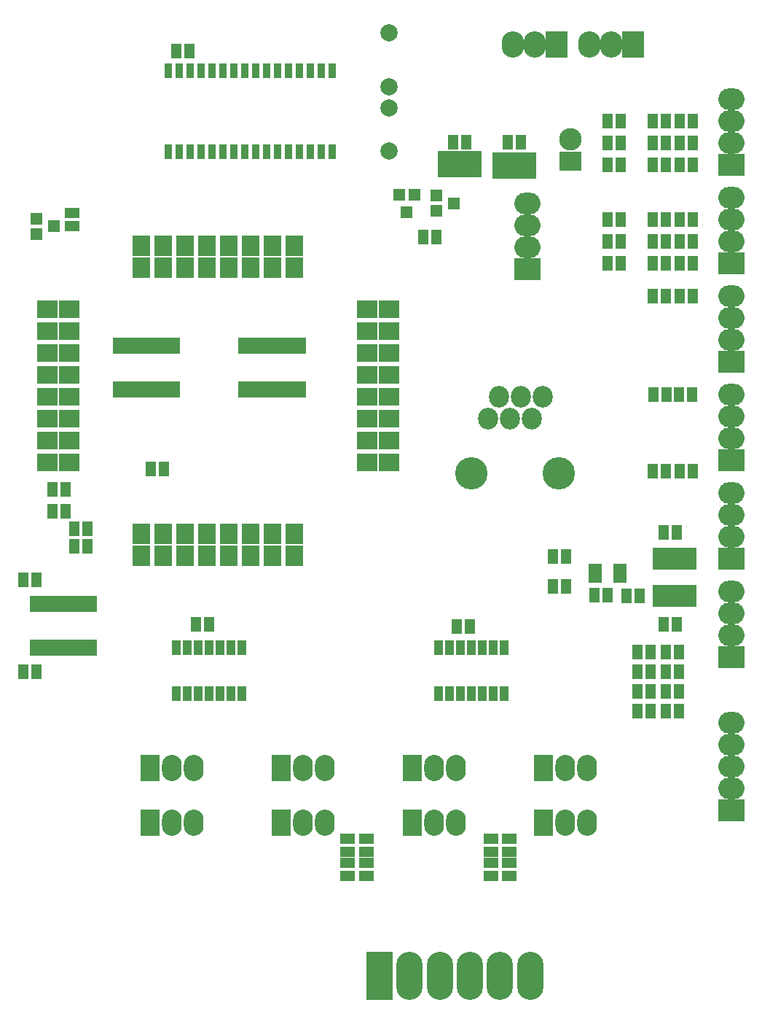
<source format=gbs>
G04 #@! TF.FileFunction,Soldermask,Bot*
%FSLAX46Y46*%
G04 Gerber Fmt 4.6, Leading zero omitted, Abs format (unit mm)*
G04 Created by KiCad (PCBNEW 4.0.7) date 03/26/18 23:13:48*
%MOMM*%
%LPD*%
G01*
G04 APERTURE LIST*
%ADD10C,0.150000*%
%ADD11O,2.286000X3.048000*%
%ADD12R,2.286000X3.048000*%
%ADD13R,1.143000X1.651000*%
%ADD14R,1.016000X1.651000*%
%ADD15R,0.858520X1.907540*%
%ADD16R,1.422400X1.422400*%
%ADD17R,1.651000X1.143000*%
%ADD18R,2.407920X2.108200*%
%ADD19R,2.108200X2.407920*%
%ADD20R,2.608000X3.048000*%
%ADD21O,2.608580X3.048000*%
%ADD22R,3.048000X2.506980*%
%ADD23O,3.048000X2.506980*%
%ADD24R,0.965200X1.778000*%
%ADD25R,2.506980X3.048000*%
%ADD26R,2.506980X2.506980*%
%ADD27R,3.048000X5.588000*%
%ADD28O,3.048000X5.588000*%
%ADD29R,2.608580X2.308860*%
%ADD30C,2.608580*%
%ADD31C,2.008000*%
%ADD32R,1.508760X0.756920*%
%ADD33O,2.308860X2.508000*%
%ADD34C,3.759200*%
G04 APERTURE END LIST*
D10*
D11*
X103124000Y-129413000D03*
X100584000Y-129413000D03*
D12*
X98044000Y-129413000D03*
D11*
X148844000Y-135763000D03*
X146304000Y-135763000D03*
D12*
X143764000Y-135763000D03*
D11*
X148844000Y-129413000D03*
X146304000Y-129413000D03*
D12*
X143764000Y-129413000D03*
D11*
X118364000Y-135763000D03*
X115824000Y-135763000D03*
D12*
X113284000Y-135763000D03*
D11*
X118364000Y-129413000D03*
X115824000Y-129413000D03*
D12*
X113284000Y-129413000D03*
D11*
X133604000Y-129413000D03*
X131064000Y-129413000D03*
D12*
X128524000Y-129413000D03*
D11*
X103124000Y-135763000D03*
X100584000Y-135763000D03*
D12*
X98044000Y-135763000D03*
D11*
X133604000Y-135763000D03*
X131064000Y-135763000D03*
D12*
X128524000Y-135763000D03*
D13*
X161163000Y-54356000D03*
X159639000Y-54356000D03*
X161163000Y-56896000D03*
X159639000Y-56896000D03*
X161163000Y-59436000D03*
X159639000Y-59436000D03*
X161163000Y-68326000D03*
X159639000Y-68326000D03*
X161163000Y-65786000D03*
X159639000Y-65786000D03*
X161163000Y-70866000D03*
X159639000Y-70866000D03*
X159512000Y-115951000D03*
X157988000Y-115951000D03*
X159512000Y-122809000D03*
X157988000Y-122809000D03*
X159512000Y-120523000D03*
X157988000Y-120523000D03*
X159512000Y-118237000D03*
X157988000Y-118237000D03*
X101092000Y-46228000D03*
X102616000Y-46228000D03*
X84836000Y-118237000D03*
X83312000Y-118237000D03*
X84836000Y-107569000D03*
X83312000Y-107569000D03*
X151257000Y-109347000D03*
X149733000Y-109347000D03*
X156210000Y-122809000D03*
X154686000Y-122809000D03*
X156210000Y-115951000D03*
X154686000Y-115951000D03*
X156210000Y-118237000D03*
X154686000Y-118237000D03*
X156210000Y-120523000D03*
X154686000Y-120523000D03*
X159258000Y-112776000D03*
X157734000Y-112776000D03*
X157988000Y-68326000D03*
X156464000Y-68326000D03*
X157988000Y-70866000D03*
X156464000Y-70866000D03*
X157988000Y-65786000D03*
X156464000Y-65786000D03*
X146431000Y-108331000D03*
X144907000Y-108331000D03*
X146431000Y-104902000D03*
X144907000Y-104902000D03*
X157988000Y-94996000D03*
X156464000Y-94996000D03*
X158115000Y-86106000D03*
X156591000Y-86106000D03*
X161036000Y-86106000D03*
X159512000Y-86106000D03*
X161163000Y-94996000D03*
X159639000Y-94996000D03*
X157988000Y-74676000D03*
X156464000Y-74676000D03*
X161163000Y-74676000D03*
X159639000Y-74676000D03*
X154940000Y-109474000D03*
X153416000Y-109474000D03*
X159258000Y-102108000D03*
X157734000Y-102108000D03*
X152781000Y-54356000D03*
X151257000Y-54356000D03*
X152781000Y-56896000D03*
X151257000Y-56896000D03*
X157988000Y-54356000D03*
X156464000Y-54356000D03*
X157988000Y-59436000D03*
X156464000Y-59436000D03*
X152781000Y-59436000D03*
X151257000Y-59436000D03*
X152781000Y-70866000D03*
X151257000Y-70866000D03*
X152781000Y-68326000D03*
X151257000Y-68326000D03*
X152781000Y-65786000D03*
X151257000Y-65786000D03*
X157988000Y-56896000D03*
X156464000Y-56896000D03*
D14*
X108712000Y-120777000D03*
X107442000Y-120777000D03*
X106172000Y-120777000D03*
X104902000Y-120777000D03*
X103632000Y-120777000D03*
X102362000Y-120777000D03*
X101092000Y-120777000D03*
X101092000Y-115443000D03*
X102362000Y-115443000D03*
X103632000Y-115443000D03*
X104902000Y-115443000D03*
X106172000Y-115443000D03*
X107442000Y-115443000D03*
X108712000Y-115443000D03*
X139192000Y-120777000D03*
X137922000Y-120777000D03*
X136652000Y-120777000D03*
X135382000Y-120777000D03*
X134112000Y-120777000D03*
X132842000Y-120777000D03*
X131572000Y-120777000D03*
X131572000Y-115443000D03*
X132842000Y-115443000D03*
X134112000Y-115443000D03*
X135382000Y-115443000D03*
X136652000Y-115443000D03*
X137922000Y-115443000D03*
X139192000Y-115443000D03*
D15*
X84518500Y-110363000D03*
X85153500Y-110363000D03*
X85788500Y-110363000D03*
X86423500Y-110363000D03*
X87058500Y-110363000D03*
X87693500Y-110363000D03*
X88328500Y-110363000D03*
X88963500Y-110363000D03*
X89598500Y-110363000D03*
X90233500Y-110363000D03*
X90868500Y-110363000D03*
X91503500Y-110363000D03*
X91503500Y-115443000D03*
X90868500Y-115443000D03*
X90233500Y-115443000D03*
X89598500Y-115443000D03*
X88963500Y-115443000D03*
X88328500Y-115443000D03*
X87693500Y-115443000D03*
X87058500Y-115443000D03*
X86423500Y-115443000D03*
X85788500Y-115443000D03*
X85153500Y-115443000D03*
X84518500Y-115443000D03*
X101155500Y-85471000D03*
X100520500Y-85471000D03*
X99885500Y-85471000D03*
X99250500Y-85471000D03*
X98615500Y-85471000D03*
X97980500Y-85471000D03*
X97345500Y-85471000D03*
X96710500Y-85471000D03*
X96075500Y-85471000D03*
X95440500Y-85471000D03*
X94805500Y-85471000D03*
X94170500Y-85471000D03*
X94170500Y-80391000D03*
X94805500Y-80391000D03*
X95440500Y-80391000D03*
X96075500Y-80391000D03*
X96710500Y-80391000D03*
X97345500Y-80391000D03*
X97980500Y-80391000D03*
X98615500Y-80391000D03*
X99250500Y-80391000D03*
X99885500Y-80391000D03*
X100520500Y-80391000D03*
X101155500Y-80391000D03*
X115760500Y-85471000D03*
X115125500Y-85471000D03*
X114490500Y-85471000D03*
X113855500Y-85471000D03*
X113220500Y-85471000D03*
X112585500Y-85471000D03*
X111950500Y-85471000D03*
X111315500Y-85471000D03*
X110680500Y-85471000D03*
X110045500Y-85471000D03*
X109410500Y-85471000D03*
X108775500Y-85471000D03*
X108775500Y-80391000D03*
X109410500Y-80391000D03*
X110045500Y-80391000D03*
X110680500Y-80391000D03*
X111315500Y-80391000D03*
X111950500Y-80391000D03*
X112585500Y-80391000D03*
X113220500Y-80391000D03*
X113855500Y-80391000D03*
X114490500Y-80391000D03*
X115125500Y-80391000D03*
X115760500Y-80391000D03*
D16*
X131318000Y-62992000D03*
X131318000Y-64770000D03*
X133350000Y-63881000D03*
X128778000Y-62865000D03*
X127000000Y-62865000D03*
X127889000Y-64897000D03*
D17*
X123190000Y-141986000D03*
X123190000Y-140462000D03*
X121031000Y-141986000D03*
X121031000Y-140462000D03*
X137668000Y-141986000D03*
X137668000Y-140462000D03*
X139827000Y-141986000D03*
X139827000Y-140462000D03*
D13*
X135255000Y-113030000D03*
X133731000Y-113030000D03*
X104902000Y-112776000D03*
X103378000Y-112776000D03*
X131318000Y-67818000D03*
X129794000Y-67818000D03*
D17*
X137668000Y-139192000D03*
X137668000Y-137668000D03*
X139827000Y-139192000D03*
X139827000Y-137668000D03*
X123190000Y-139192000D03*
X123190000Y-137668000D03*
X121031000Y-139192000D03*
X121031000Y-137668000D03*
D16*
X84836000Y-65659000D03*
X84836000Y-67437000D03*
X86868000Y-66548000D03*
D17*
X89027000Y-65024000D03*
X89027000Y-66548000D03*
D13*
X139649200Y-56794400D03*
X141173200Y-56794400D03*
X134823200Y-56794400D03*
X133299200Y-56794400D03*
D18*
X123314460Y-76200000D03*
X125854460Y-76200000D03*
X123314460Y-78740000D03*
X125854460Y-78740000D03*
X123314460Y-81280000D03*
X125854460Y-81280000D03*
X123314460Y-83820000D03*
X125854460Y-83820000D03*
X123314460Y-86360000D03*
X125854460Y-86360000D03*
X123314460Y-88900000D03*
X125854460Y-88900000D03*
X123314460Y-91440000D03*
X125854460Y-91440000D03*
X123314460Y-93980000D03*
X125854460Y-93980000D03*
X86106000Y-76200000D03*
X88646000Y-76200000D03*
X86106000Y-78740000D03*
X88646000Y-78740000D03*
X86106000Y-81280000D03*
X88646000Y-81280000D03*
X86106000Y-83820000D03*
X88646000Y-83820000D03*
X86106000Y-86360000D03*
X88646000Y-86360000D03*
X86106000Y-88900000D03*
X88646000Y-88900000D03*
X86106000Y-91440000D03*
X88646000Y-91440000D03*
X86106000Y-93980000D03*
X88646000Y-93980000D03*
D19*
X97028000Y-71374000D03*
X97028000Y-68834000D03*
X99568000Y-71374000D03*
X99568000Y-68834000D03*
X102108000Y-71374000D03*
X102108000Y-68834000D03*
X104648000Y-71374000D03*
X104648000Y-68834000D03*
X107188000Y-71374000D03*
X107188000Y-68834000D03*
X109728000Y-71374000D03*
X109728000Y-68834000D03*
X112268000Y-71374000D03*
X112268000Y-68834000D03*
X114808000Y-71374000D03*
X114808000Y-68834000D03*
X114808000Y-104775000D03*
X114808000Y-102235000D03*
X112268000Y-104775000D03*
X112268000Y-102235000D03*
X109728000Y-104775000D03*
X109728000Y-102235000D03*
X107188000Y-104775000D03*
X107188000Y-102235000D03*
X104648000Y-104775000D03*
X104648000Y-102235000D03*
X102108000Y-104775000D03*
X102108000Y-102235000D03*
X99568000Y-104775000D03*
X99568000Y-102235000D03*
X97028000Y-104775000D03*
X97028000Y-102235000D03*
D20*
X145288000Y-45466000D03*
D21*
X142748000Y-45466000D03*
X140208000Y-45466000D03*
D20*
X154178000Y-45466000D03*
D21*
X151638000Y-45466000D03*
X149098000Y-45466000D03*
D22*
X165608000Y-59436000D03*
D23*
X165608000Y-56896000D03*
X165608000Y-54356000D03*
X165608000Y-51816000D03*
D22*
X141935200Y-71577200D03*
D23*
X141935200Y-69037200D03*
X141935200Y-66497200D03*
X141935200Y-63957200D03*
D22*
X165608000Y-116586000D03*
D23*
X165608000Y-114046000D03*
X165608000Y-111506000D03*
X165608000Y-108966000D03*
D22*
X165608000Y-105156000D03*
D23*
X165608000Y-102616000D03*
X165608000Y-100076000D03*
X165608000Y-97536000D03*
D22*
X165608000Y-93726000D03*
D23*
X165608000Y-91186000D03*
X165608000Y-88646000D03*
X165608000Y-86106000D03*
D22*
X165608000Y-82296000D03*
D23*
X165608000Y-79756000D03*
X165608000Y-77216000D03*
X165608000Y-74676000D03*
D22*
X165608000Y-70866000D03*
D23*
X165608000Y-68326000D03*
X165608000Y-65786000D03*
X165608000Y-63246000D03*
X165608000Y-124206000D03*
D22*
X165608000Y-134366000D03*
D23*
X165608000Y-131826000D03*
X165608000Y-129286000D03*
X165608000Y-126746000D03*
D24*
X115443000Y-57912000D03*
X114173000Y-57912000D03*
X112903000Y-57912000D03*
X111633000Y-57912000D03*
X110363000Y-57912000D03*
X105283000Y-57912000D03*
X104013000Y-57912000D03*
X102743000Y-57912000D03*
X101473000Y-57912000D03*
X100203000Y-57912000D03*
X100203000Y-48514000D03*
X101473000Y-48514000D03*
X102743000Y-48514000D03*
X104013000Y-48514000D03*
X105283000Y-48514000D03*
X110363000Y-48514000D03*
X111633000Y-48514000D03*
X112903000Y-48514000D03*
X114173000Y-48514000D03*
X115443000Y-48514000D03*
X116713000Y-48514000D03*
X117983000Y-48514000D03*
X119253000Y-48514000D03*
X106553000Y-48514000D03*
X107823000Y-48514000D03*
X109093000Y-48514000D03*
X106553000Y-57912000D03*
X107823000Y-57912000D03*
X109093000Y-57912000D03*
X116713000Y-57912000D03*
X117983000Y-57912000D03*
X119253000Y-57912000D03*
D25*
X135331200Y-59385200D03*
X132791200Y-59385200D03*
X139141200Y-59537600D03*
X141681200Y-59537600D03*
D26*
X160274000Y-105156000D03*
X157734000Y-105156000D03*
X160274000Y-109474000D03*
X157734000Y-109474000D03*
D27*
X124714000Y-153543000D03*
D28*
X128206500Y-153543000D03*
X131762500Y-153543000D03*
X135255000Y-153543000D03*
X138747500Y-153543000D03*
X142240000Y-153543000D03*
D29*
X146913600Y-59029600D03*
D30*
X146913600Y-56489600D03*
D31*
X125831600Y-44094400D03*
X125831600Y-50368200D03*
X125831600Y-52832000D03*
X125882400Y-57861200D03*
D32*
X149783800Y-106045000D03*
X149783800Y-106553000D03*
X149783800Y-107061000D03*
X149783800Y-107569000D03*
X152679400Y-106045000D03*
X152679400Y-106553000D03*
X152679400Y-107061000D03*
X152679400Y-107569000D03*
D33*
X139890500Y-88900000D03*
X142430500Y-88900000D03*
X137350500Y-88900000D03*
X143700500Y-86360000D03*
X141160500Y-86360000D03*
X138620500Y-86360000D03*
D34*
X135445500Y-95250000D03*
X145605500Y-95250000D03*
D13*
X86766400Y-97129600D03*
X88290400Y-97129600D03*
X86766400Y-99618800D03*
X88290400Y-99618800D03*
X89306400Y-101650800D03*
X90830400Y-101650800D03*
X89306400Y-103682800D03*
X90830400Y-103682800D03*
X98171000Y-94742000D03*
X99695000Y-94742000D03*
M02*

</source>
